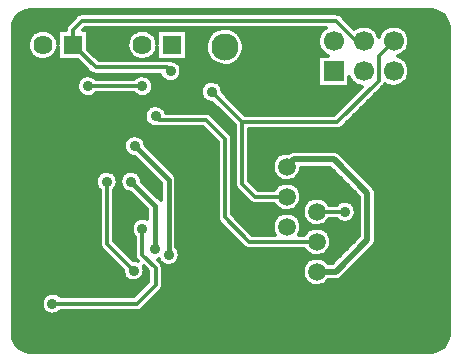
<source format=gbl>
G04 DipTrace Beta 2.3.5.2*
%INUSBtoRS485converter.GBL*%
%MOMM*%
%ADD13C,0.3*%
%ADD14C,0.4*%
%ADD15C,0.5*%
%ADD21R,1.62X1.62*%
%ADD22C,1.62*%
%ADD23R,2.3X2.3*%
%ADD24C,2.3*%
%ADD25R,1.7X1.7*%
%ADD26C,1.7*%
%ADD27C,1.5*%
%ADD28C,4.0*%
%ADD29C,2.5*%
%ADD37C,0.914*%
%FSLAX53Y53*%
G04*
G71*
G90*
G75*
G01*
%LNBottom*%
%LPD*%
X14701Y7462D2*
D13*
Y3652D1*
X13908Y2858D1*
X2794D1*
X1365Y4287D1*
Y6668D1*
X17559Y17147D2*
X13431D1*
X11208Y19370D1*
X10059D1*
X7716D1*
X7081Y18734D1*
X1524Y13178D1*
Y6827D1*
X1365Y6668D1*
X7081Y18636D2*
Y18734D1*
X35691Y3868D2*
Y6028D1*
X33786D1*
Y17458D1*
X35691D1*
Y19618D1*
X32641Y17458D2*
X33786D1*
X32641Y6028D2*
X33786D1*
X32641D2*
X23751D1*
Y8573D1*
X26924D1*
X29622Y11271D1*
Y13176D1*
X27874Y14924D1*
X26292D1*
X26291Y14923D1*
X35340Y24291D2*
Y26831D1*
X35691Y19618D2*
Y23940D1*
X35340Y24291D1*
X10059Y19370D2*
Y20443D1*
X11526Y21910D1*
X14225D1*
X16765Y24450D1*
X22005D1*
Y26355D1*
X8509Y14924D2*
Y9685D1*
X10786Y7408D1*
X13749Y8732D2*
D14*
Y15083D1*
X10891Y17941D1*
X10573Y14924D2*
X12608Y12889D1*
Y9208D1*
X26291Y7303D2*
D15*
X27877D1*
X30575Y10001D1*
Y13970D1*
X27716Y16829D1*
X24387D1*
X23751Y16193D1*
X11526Y10955D2*
D13*
Y8732D1*
X12637Y7621D1*
Y6192D1*
X11050Y4604D1*
X3905D1*
X6922Y23021D2*
X11526D1*
X26291Y9843D2*
X20576D1*
X18512Y11908D1*
Y18576D1*
X16924Y20163D1*
X12955D1*
X12637Y20481D1*
X30260Y26831D2*
X29626D1*
X27879Y28578D1*
X6445D1*
X5652Y27784D1*
Y26514D1*
X7557Y24609D1*
X13590D1*
X13908Y24291D1*
X28670Y12384D2*
X26292D1*
X26291Y12383D1*
X23751Y13653D2*
X21053D1*
X19941Y14765D1*
Y20005D1*
X17400Y22545D1*
X32800Y26831D2*
X31527Y25559D1*
Y23495D1*
X28037Y20005D1*
X19941D1*
D37*
X14701Y7462D3*
X1365Y6668D3*
X17559Y17147D3*
X7081Y18636D3*
X8509Y14924D3*
X10786Y7408D3*
X13749Y8732D3*
X10891Y17941D3*
X10573Y14924D3*
X12608Y9208D3*
X11526Y10955D3*
X3905Y4604D3*
X6922Y23021D3*
X11526D3*
X12637Y20481D3*
X13908Y24291D3*
X28670Y12384D3*
X17400Y22545D3*
X1178Y29153D2*
D13*
X6208D1*
X28117D2*
X36822D1*
X882Y28857D2*
X5829D1*
X28496D2*
X37118D1*
X709Y28560D2*
X5533D1*
X28792D2*
X37291D1*
X620Y28263D2*
X5238D1*
X29087D2*
X37380D1*
X582Y27967D2*
X5036D1*
X29387D2*
X29570D1*
X30948D2*
X32111D1*
X33489D2*
X37418D1*
X582Y27670D2*
X2552D1*
X3671D2*
X4352D1*
X6953D2*
X10966D1*
X12085D2*
X12766D1*
X15367D2*
X17543D1*
X19468D2*
X26683D1*
X31300D2*
X31760D1*
X33840D2*
X37422D1*
X582Y27373D2*
X2144D1*
X4079D2*
X4352D1*
X6953D2*
X10558D1*
X12493D2*
X12766D1*
X15367D2*
X17224D1*
X19782D2*
X26496D1*
X34023D2*
X37422D1*
X582Y27077D2*
X1943D1*
X6953D2*
X10357D1*
X15367D2*
X17032D1*
X19975D2*
X26402D1*
X34117D2*
X37422D1*
X582Y26780D2*
X1840D1*
X6953D2*
X10254D1*
X15367D2*
X16919D1*
X20087D2*
X26379D1*
X34140D2*
X37422D1*
X582Y26483D2*
X1811D1*
X6953D2*
X10225D1*
X15367D2*
X16868D1*
X20143D2*
X26425D1*
X34093D2*
X37422D1*
X582Y26187D2*
X1854D1*
X6953D2*
X10268D1*
X15367D2*
X16872D1*
X20139D2*
X26547D1*
X33971D2*
X37422D1*
X582Y25890D2*
X1975D1*
X7173D2*
X10390D1*
X15367D2*
X16933D1*
X20078D2*
X26777D1*
X33742D2*
X37422D1*
X582Y25593D2*
X2205D1*
X4018D2*
X4352D1*
X7468D2*
X10619D1*
X12432D2*
X12766D1*
X15367D2*
X17055D1*
X19956D2*
X26379D1*
X33264D2*
X37422D1*
X582Y25297D2*
X2716D1*
X3507D2*
X4352D1*
X7764D2*
X11130D1*
X11926D2*
X12766D1*
X15367D2*
X17261D1*
X19750D2*
X26379D1*
X33671D2*
X37422D1*
X582Y25000D2*
X6269D1*
X14523D2*
X17604D1*
X19407D2*
X26379D1*
X33934D2*
X37422D1*
X582Y24703D2*
X6569D1*
X14757D2*
X26379D1*
X34075D2*
X37422D1*
X582Y24407D2*
X6865D1*
X14851D2*
X26379D1*
X34135D2*
X37422D1*
X582Y24110D2*
X7174D1*
X14837D2*
X26379D1*
X34131D2*
X37422D1*
X582Y23813D2*
X6429D1*
X7417D2*
X11032D1*
X12020D2*
X13094D1*
X14720D2*
X26379D1*
X34051D2*
X37422D1*
X582Y23517D2*
X6119D1*
X12329D2*
X13385D1*
X14429D2*
X26379D1*
X33887D2*
X37422D1*
X582Y23220D2*
X5993D1*
X12451D2*
X16746D1*
X18053D2*
X26379D1*
X29064D2*
X29472D1*
X33587D2*
X37422D1*
X582Y22923D2*
X5979D1*
X12470D2*
X16535D1*
X18268D2*
X30058D1*
X31853D2*
X37422D1*
X582Y22627D2*
X6063D1*
X12385D2*
X16455D1*
X18343D2*
X29763D1*
X31553D2*
X37422D1*
X582Y22330D2*
X6288D1*
X7557D2*
X10891D1*
X12160D2*
X16479D1*
X18512D2*
X29468D1*
X31257D2*
X37422D1*
X582Y22033D2*
X16605D1*
X18807D2*
X29172D1*
X30962D2*
X37422D1*
X582Y21737D2*
X16933D1*
X19103D2*
X28872D1*
X30662D2*
X37422D1*
X582Y21440D2*
X17608D1*
X19398D2*
X28577D1*
X30367D2*
X37422D1*
X582Y21143D2*
X11969D1*
X13304D2*
X17908D1*
X19698D2*
X28282D1*
X30071D2*
X37422D1*
X582Y20847D2*
X11763D1*
X13510D2*
X18204D1*
X19993D2*
X27982D1*
X29776D2*
X37422D1*
X582Y20550D2*
X11693D1*
X17434D2*
X18499D1*
X29476D2*
X37422D1*
X582Y20253D2*
X11716D1*
X17729D2*
X18799D1*
X29181D2*
X37422D1*
X582Y19957D2*
X11852D1*
X18025D2*
X19094D1*
X28885D2*
X37422D1*
X582Y19660D2*
X12194D1*
X18325D2*
X19300D1*
X28585D2*
X37422D1*
X582Y19363D2*
X16830D1*
X18620D2*
X19300D1*
X20584D2*
X37422D1*
X582Y19067D2*
X17125D1*
X18915D2*
X19300D1*
X20584D2*
X37422D1*
X582Y18770D2*
X10465D1*
X11317D2*
X17421D1*
X19121D2*
X19300D1*
X20584D2*
X37422D1*
X582Y18473D2*
X10113D1*
X11668D2*
X17721D1*
X20584D2*
X37422D1*
X582Y18177D2*
X9972D1*
X11809D2*
X17871D1*
X20584D2*
X37422D1*
X582Y17880D2*
X9944D1*
X11917D2*
X17871D1*
X20584D2*
X37422D1*
X582Y17583D2*
X10015D1*
X12212D2*
X17871D1*
X20584D2*
X37422D1*
X582Y17287D2*
X10216D1*
X12512D2*
X17871D1*
X20584D2*
X23200D1*
X28295D2*
X37422D1*
X582Y16990D2*
X10877D1*
X12807D2*
X17871D1*
X20584D2*
X22807D1*
X28590D2*
X37422D1*
X582Y16693D2*
X11172D1*
X13103D2*
X17871D1*
X20584D2*
X22619D1*
X28890D2*
X37422D1*
X582Y16397D2*
X11468D1*
X13403D2*
X17871D1*
X20584D2*
X22525D1*
X29185D2*
X37422D1*
X582Y16100D2*
X11768D1*
X13698D2*
X17871D1*
X20584D2*
X22511D1*
X24990D2*
X27410D1*
X29481D2*
X37422D1*
X582Y15803D2*
X8215D1*
X8804D2*
X10277D1*
X10871D2*
X12063D1*
X13993D2*
X17871D1*
X20584D2*
X22572D1*
X24929D2*
X27705D1*
X29776D2*
X37422D1*
X582Y15507D2*
X7769D1*
X9250D2*
X9832D1*
X11312D2*
X12358D1*
X14289D2*
X17871D1*
X20584D2*
X22722D1*
X24779D2*
X28000D1*
X30076D2*
X37422D1*
X582Y15210D2*
X7605D1*
X9414D2*
X9672D1*
X11476D2*
X12654D1*
X14429D2*
X17871D1*
X20584D2*
X23013D1*
X24489D2*
X28300D1*
X30371D2*
X37422D1*
X582Y14913D2*
X7563D1*
X9456D2*
X9623D1*
X11551D2*
X12954D1*
X14439D2*
X17871D1*
X20687D2*
X28596D1*
X30667D2*
X37422D1*
X582Y14617D2*
X7615D1*
X9404D2*
X9677D1*
X11846D2*
X13057D1*
X14439D2*
X17871D1*
X19154D2*
X19319D1*
X20982D2*
X22985D1*
X24517D2*
X28891D1*
X30967D2*
X37422D1*
X582Y14320D2*
X7788D1*
X9231D2*
X9850D1*
X12142D2*
X13057D1*
X14439D2*
X17871D1*
X19154D2*
X19493D1*
X21282D2*
X22708D1*
X24793D2*
X29186D1*
X31225D2*
X37422D1*
X582Y14023D2*
X7868D1*
X9151D2*
X10361D1*
X12442D2*
X13057D1*
X14439D2*
X17871D1*
X19154D2*
X19788D1*
X24934D2*
X29486D1*
X31314D2*
X37422D1*
X582Y13727D2*
X7868D1*
X9151D2*
X10807D1*
X12737D2*
X13057D1*
X14439D2*
X17871D1*
X19154D2*
X20083D1*
X24990D2*
X29782D1*
X31318D2*
X37422D1*
X582Y13430D2*
X7868D1*
X9151D2*
X11102D1*
X14439D2*
X17871D1*
X19154D2*
X20379D1*
X24971D2*
X25652D1*
X26931D2*
X29833D1*
X31318D2*
X37422D1*
X582Y13133D2*
X7868D1*
X9151D2*
X11397D1*
X14439D2*
X17871D1*
X19154D2*
X20702D1*
X24878D2*
X25310D1*
X27273D2*
X28108D1*
X29232D2*
X29833D1*
X31318D2*
X37422D1*
X582Y12837D2*
X7868D1*
X9151D2*
X11697D1*
X14439D2*
X17871D1*
X19154D2*
X22825D1*
X24676D2*
X25136D1*
X29500D2*
X29833D1*
X31318D2*
X37422D1*
X582Y12540D2*
X7868D1*
X9151D2*
X11918D1*
X14439D2*
X17871D1*
X19154D2*
X23243D1*
X24259D2*
X25061D1*
X29607D2*
X29833D1*
X31318D2*
X37422D1*
X582Y12243D2*
X7868D1*
X9151D2*
X11918D1*
X14439D2*
X17871D1*
X19154D2*
X23285D1*
X24217D2*
X25057D1*
X29607D2*
X29833D1*
X31318D2*
X37422D1*
X582Y11947D2*
X7868D1*
X9151D2*
X11918D1*
X14439D2*
X17871D1*
X19370D2*
X22840D1*
X24662D2*
X25132D1*
X29509D2*
X29833D1*
X31318D2*
X37422D1*
X582Y11650D2*
X7868D1*
X9151D2*
X10896D1*
X14439D2*
X17927D1*
X19665D2*
X22633D1*
X24868D2*
X25296D1*
X27287D2*
X28085D1*
X29251D2*
X29833D1*
X31318D2*
X37422D1*
X582Y11353D2*
X7868D1*
X9151D2*
X10666D1*
X14439D2*
X18171D1*
X19960D2*
X22535D1*
X24967D2*
X25624D1*
X26959D2*
X29833D1*
X31318D2*
X37422D1*
X582Y11057D2*
X7868D1*
X9151D2*
X10582D1*
X14439D2*
X18466D1*
X20256D2*
X22511D1*
X24990D2*
X29833D1*
X31318D2*
X37422D1*
X582Y10760D2*
X7868D1*
X9151D2*
X10600D1*
X14439D2*
X18766D1*
X20556D2*
X22563D1*
X24939D2*
X25469D1*
X27114D2*
X29833D1*
X31318D2*
X37422D1*
X582Y10463D2*
X7868D1*
X9151D2*
X10718D1*
X14439D2*
X19061D1*
X20851D2*
X22699D1*
X24803D2*
X25221D1*
X27362D2*
X29833D1*
X31318D2*
X37422D1*
X582Y10167D2*
X7868D1*
X9151D2*
X10886D1*
X14439D2*
X19357D1*
X27489D2*
X29702D1*
X31318D2*
X37422D1*
X582Y9870D2*
X7868D1*
X9221D2*
X10886D1*
X14439D2*
X19652D1*
X27531D2*
X29407D1*
X31304D2*
X37422D1*
X582Y9573D2*
X7877D1*
X9517D2*
X10886D1*
X14439D2*
X19952D1*
X27503D2*
X29111D1*
X31173D2*
X37422D1*
X582Y9277D2*
X8022D1*
X9812D2*
X10886D1*
X14518D2*
X20318D1*
X27390D2*
X28816D1*
X30887D2*
X37422D1*
X582Y8980D2*
X8318D1*
X10107D2*
X10886D1*
X14664D2*
X25413D1*
X27170D2*
X28516D1*
X30592D2*
X37422D1*
X582Y8683D2*
X8618D1*
X10407D2*
X10886D1*
X14696D2*
X25910D1*
X26673D2*
X28221D1*
X30292D2*
X37422D1*
X582Y8387D2*
X8913D1*
X10703D2*
X10990D1*
X14631D2*
X25718D1*
X26865D2*
X27925D1*
X29996D2*
X37422D1*
X582Y8090D2*
X9208D1*
X14434D2*
X25338D1*
X27245D2*
X27625D1*
X29701D2*
X37422D1*
X582Y7793D2*
X9504D1*
X13253D2*
X25155D1*
X29401D2*
X37422D1*
X582Y7497D2*
X9804D1*
X13281D2*
X25066D1*
X29106D2*
X37422D1*
X582Y7200D2*
X9860D1*
X11710D2*
X11997D1*
X13281D2*
X25052D1*
X28810D2*
X37422D1*
X582Y6903D2*
X9986D1*
X11584D2*
X11997D1*
X13281D2*
X25118D1*
X28515D2*
X37422D1*
X582Y6607D2*
X10305D1*
X11265D2*
X11997D1*
X13281D2*
X25268D1*
X28051D2*
X37422D1*
X582Y6310D2*
X11861D1*
X13281D2*
X25568D1*
X27015D2*
X37422D1*
X582Y6013D2*
X11566D1*
X13253D2*
X37422D1*
X582Y5717D2*
X11266D1*
X13056D2*
X37422D1*
X582Y5420D2*
X3452D1*
X4356D2*
X10971D1*
X12760D2*
X37422D1*
X582Y5123D2*
X3119D1*
X12465D2*
X37422D1*
X582Y4827D2*
X2983D1*
X12165D2*
X37422D1*
X582Y4530D2*
X2960D1*
X11870D2*
X37422D1*
X582Y4233D2*
X3035D1*
X11575D2*
X37422D1*
X582Y3937D2*
X3246D1*
X4567D2*
X37422D1*
X582Y3640D2*
X37422D1*
X582Y3343D2*
X37422D1*
X582Y3047D2*
X37422D1*
X582Y2750D2*
X37422D1*
X582Y2453D2*
X37422D1*
X582Y2157D2*
X37422D1*
X601Y1860D2*
X37399D1*
X657Y1563D2*
X37338D1*
X784Y1267D2*
X37211D1*
X1018Y970D2*
X36982D1*
X1487Y673D2*
X36513D1*
X12944Y27786D2*
X15338D1*
Y25242D1*
X12794D1*
X12789Y26364D1*
X12763Y26217D1*
X12719Y26073D1*
X12659Y25936D1*
X12583Y25807D1*
X12493Y25687D1*
X12389Y25579D1*
X12273Y25484D1*
X12147Y25404D1*
X12012Y25338D1*
X11870Y25289D1*
X11724Y25257D1*
X11574Y25243D1*
X11424Y25246D1*
X11276Y25267D1*
X11131Y25305D1*
X10991Y25360D1*
X10859Y25431D1*
X10737Y25517D1*
X10625Y25617D1*
X10525Y25729D1*
X10440Y25852D1*
X10370Y25985D1*
X10315Y26124D1*
X10278Y26269D1*
X10258Y26418D1*
X10255Y26568D1*
X10271Y26717D1*
X10303Y26863D1*
X10353Y27005D1*
X10419Y27140D1*
X10500Y27265D1*
X10595Y27381D1*
X10704Y27484D1*
X10824Y27574D1*
X10953Y27650D1*
X11091Y27709D1*
X11235Y27752D1*
X11382Y27778D1*
X11532Y27786D1*
X11682Y27776D1*
X11829Y27749D1*
X11972Y27705D1*
X12109Y27644D1*
X12238Y27568D1*
X12357Y27477D1*
X12465Y27372D1*
X12559Y27256D1*
X12640Y27129D1*
X12704Y26994D1*
X12753Y26852D1*
X12784Y26706D1*
X12795Y26589D1*
X12794Y27786D1*
X12944D1*
X20110Y26205D2*
X20054Y25911D1*
X19945Y25632D1*
X19787Y25378D1*
X19584Y25158D1*
X19343Y24979D1*
X19074Y24847D1*
X18785Y24768D1*
X18487Y24743D1*
X18189Y24775D1*
X17902Y24860D1*
X17636Y24998D1*
X17399Y25182D1*
X17201Y25407D1*
X17048Y25664D1*
X16946Y25946D1*
X16897Y26241D1*
X16903Y26541D1*
X16965Y26834D1*
X17080Y27110D1*
X17245Y27361D1*
X17452Y27577D1*
X17697Y27750D1*
X17969Y27876D1*
X18259Y27948D1*
X18554Y27966D1*
X6696D1*
X6517Y27784D1*
X6924Y27786D1*
Y26103D1*
X7569Y25462D1*
X7811Y25220D1*
X13590Y25221D1*
X13777Y25201D1*
X13927Y25210D1*
X14076Y25195D1*
X14220Y25155D1*
X14357Y25093D1*
X14481Y25009D1*
X14590Y24907D1*
X14681Y24788D1*
X14751Y24655D1*
X14799Y24513D1*
X14827Y24291D1*
X14814Y24142D1*
X14778Y23997D1*
X14719Y23859D1*
X14637Y23733D1*
X14537Y23622D1*
X14420Y23528D1*
X14289Y23455D1*
X14148Y23404D1*
X14001Y23377D1*
X13851Y23374D1*
X13703Y23395D1*
X13560Y23441D1*
X13426Y23508D1*
X13305Y23597D1*
X13201Y23704D1*
X13115Y23827D1*
X13040Y23993D1*
X12240Y23997D1*
X7557D1*
X7408Y24015D1*
X7269Y24069D1*
X7124Y24176D1*
X6060Y25240D1*
X4380Y25242D1*
X4375Y26364D1*
X4348Y26217D1*
X4305Y26073D1*
X4245Y25936D1*
X4169Y25807D1*
X4078Y25687D1*
X3974Y25579D1*
X3858Y25484D1*
X3732Y25404D1*
X3597Y25338D1*
X3455Y25289D1*
X3309Y25257D1*
X3160Y25243D1*
X3010Y25246D1*
X2861Y25267D1*
X2716Y25305D1*
X2577Y25360D1*
X2445Y25431D1*
X2322Y25517D1*
X2210Y25617D1*
X2111Y25729D1*
X2025Y25852D1*
X1955Y25985D1*
X1901Y26124D1*
X1863Y26269D1*
X1843Y26418D1*
X1841Y26568D1*
X1856Y26717D1*
X1889Y26863D1*
X1938Y27005D1*
X2004Y27140D1*
X2085Y27265D1*
X2181Y27381D1*
X2289Y27484D1*
X2409Y27574D1*
X2539Y27650D1*
X2676Y27709D1*
X2820Y27752D1*
X2968Y27778D1*
X3117Y27786D1*
X3267Y27776D1*
X3415Y27749D1*
X3558Y27705D1*
X3695Y27644D1*
X3824Y27568D1*
X3943Y27477D1*
X4050Y27372D1*
X4145Y27256D1*
X4225Y27129D1*
X4290Y26994D1*
X4338Y26852D1*
X4369Y26706D1*
X4380Y26589D1*
Y27786D1*
X5041D1*
X5042Y27842D1*
X5075Y27988D1*
X5141Y28122D1*
X5325Y28323D1*
X6013Y29011D1*
X6131Y29103D1*
X6267Y29164D1*
X6445Y29190D1*
X27879D1*
X28027Y29172D1*
X28167Y29118D1*
X28312Y29011D1*
X29455Y27867D1*
X29652Y27994D1*
X29788Y28056D1*
X29931Y28101D1*
X30078Y28131D1*
X30227Y28143D1*
X30377Y28138D1*
X30526Y28116D1*
X30670Y28077D1*
X30810Y28023D1*
X30942Y27952D1*
X31066Y27867D1*
X31178Y27768D1*
X31279Y27657D1*
X31367Y27536D1*
X31440Y27405D1*
X31498Y27266D1*
X31530Y27154D1*
X31593Y27345D1*
X31659Y27480D1*
X31741Y27606D1*
X31836Y27721D1*
X31944Y27826D1*
X32063Y27917D1*
X32192Y27994D1*
X32328Y28056D1*
X32471Y28101D1*
X32618Y28131D1*
X32767Y28143D1*
X32917Y28138D1*
X33066Y28116D1*
X33210Y28077D1*
X33350Y28023D1*
X33482Y27952D1*
X33606Y27867D1*
X33718Y27768D1*
X33819Y27657D1*
X33907Y27536D1*
X33980Y27405D1*
X34038Y27266D1*
X34079Y27122D1*
X34104Y26975D1*
X34112Y26831D1*
X34103Y26682D1*
X34078Y26534D1*
X34036Y26390D1*
X33977Y26252D1*
X33903Y26121D1*
X33815Y26000D1*
X33714Y25890D1*
X33600Y25792D1*
X33477Y25707D1*
X33344Y25637D1*
X33127Y25563D1*
X33350Y25483D1*
X33482Y25412D1*
X33606Y25327D1*
X33718Y25228D1*
X33819Y25117D1*
X33907Y24996D1*
X33980Y24865D1*
X34038Y24726D1*
X34079Y24582D1*
X34104Y24435D1*
X34112Y24291D1*
X34103Y24142D1*
X34078Y23994D1*
X34036Y23850D1*
X33977Y23712D1*
X33903Y23581D1*
X33815Y23460D1*
X33714Y23350D1*
X33600Y23252D1*
X33477Y23167D1*
X33344Y23097D1*
X33204Y23043D1*
X33059Y23005D1*
X32911Y22984D1*
X32761Y22980D1*
X32612Y22993D1*
X32465Y23023D1*
X32322Y23069D1*
X32186Y23132D1*
X32070Y23202D1*
X31960Y23062D1*
X28470Y19572D1*
X28352Y19480D1*
X28215Y19419D1*
X28037Y19393D1*
X20551D1*
X20553Y15022D1*
X21305Y14267D1*
X22707Y14265D1*
X22820Y14429D1*
X22923Y14538D1*
X23039Y14634D1*
X23165Y14714D1*
X23301Y14778D1*
X23443Y14825D1*
X23590Y14855D1*
X23740Y14865D1*
X23889Y14857D1*
X24037Y14831D1*
X24180Y14787D1*
X24317Y14725D1*
X24445Y14647D1*
X24562Y14554D1*
X24667Y14447D1*
X24758Y14328D1*
X24834Y14198D1*
X24893Y14060D1*
X24934Y13916D1*
X24963Y13653D1*
X24954Y13504D1*
X24926Y13356D1*
X24881Y13214D1*
X24818Y13077D1*
X24738Y12950D1*
X24644Y12834D1*
X24536Y12730D1*
X24416Y12640D1*
X24286Y12566D1*
X24147Y12508D1*
X24003Y12468D1*
X23855Y12446D1*
X23705Y12442D1*
X23556Y12457D1*
X23410Y12490D1*
X23269Y12541D1*
X23135Y12609D1*
X23011Y12694D1*
X22898Y12792D1*
X22798Y12904D1*
X22701Y13041D1*
X21053D1*
X20904Y13060D1*
X20765Y13113D1*
X20620Y13221D1*
X19508Y14333D1*
X19416Y14450D1*
X19355Y14587D1*
X19329Y14765D1*
Y19748D1*
X17450Y21630D1*
X17344Y21628D1*
X17196Y21649D1*
X17053Y21694D1*
X16919Y21762D1*
X16798Y21851D1*
X16694Y21958D1*
X16607Y22080D1*
X16543Y22215D1*
X16500Y22359D1*
X16482Y22508D1*
X16488Y22657D1*
X16519Y22804D1*
X16573Y22944D1*
X16648Y23073D1*
X16744Y23188D1*
X16858Y23286D1*
X16985Y23365D1*
X17124Y23421D1*
X17270Y23455D1*
X17420Y23464D1*
X17569Y23448D1*
X17713Y23409D1*
X17850Y23347D1*
X17974Y23263D1*
X18083Y23160D1*
X18174Y23041D1*
X18244Y22909D1*
X18292Y22767D1*
X18319Y22545D1*
X18315Y22494D1*
X20196Y20614D1*
X23541Y20617D1*
X27783D1*
X30153Y22986D1*
X29925Y23023D1*
X29782Y23069D1*
X29646Y23132D1*
X29518Y23210D1*
X29399Y23301D1*
X29292Y23406D1*
X29197Y23522D1*
X29116Y23648D1*
X29033Y23832D1*
X29032Y22979D1*
X26408D1*
Y25603D1*
X27242Y25609D1*
X27106Y25672D1*
X26978Y25750D1*
X26859Y25841D1*
X26752Y25946D1*
X26657Y26062D1*
X26576Y26188D1*
X26510Y26323D1*
X26460Y26464D1*
X26427Y26611D1*
X26410Y26760D1*
Y26909D1*
X26428Y27058D1*
X26462Y27204D1*
X26513Y27345D1*
X26579Y27480D1*
X26661Y27606D1*
X26756Y27721D1*
X26864Y27826D1*
X27067Y27967D1*
X18563Y27966D1*
X18855Y27929D1*
X19140Y27837D1*
X19404Y27693D1*
X19636Y27504D1*
X19829Y27275D1*
X19976Y27014D1*
X20072Y26730D1*
X20115Y26434D1*
X20110Y26205D1*
X27270Y6589D2*
X27184Y6484D1*
X27076Y6380D1*
X26956Y6290D1*
X26826Y6216D1*
X26687Y6158D1*
X26543Y6118D1*
X26395Y6096D1*
X26245Y6092D1*
X26096Y6107D1*
X25950Y6140D1*
X25809Y6191D1*
X25675Y6259D1*
X25551Y6344D1*
X25438Y6442D1*
X25338Y6554D1*
X25253Y6677D1*
X25184Y6810D1*
X25131Y6951D1*
X25097Y7097D1*
X25080Y7246D1*
X25083Y7396D1*
X25103Y7544D1*
X25142Y7689D1*
X25198Y7828D1*
X25272Y7959D1*
X25360Y8079D1*
X25463Y8188D1*
X25579Y8284D1*
X25705Y8364D1*
X25841Y8428D1*
X25983Y8475D1*
X26130Y8505D1*
X26280Y8515D1*
X26429Y8507D1*
X26577Y8481D1*
X26720Y8437D1*
X26857Y8375D1*
X26985Y8297D1*
X27102Y8204D1*
X27267Y8019D1*
X27585D1*
X29863Y10301D1*
X29859Y13679D1*
X27416Y16117D1*
X24964D1*
X24926Y15896D1*
X24881Y15754D1*
X24818Y15617D1*
X24738Y15490D1*
X24644Y15374D1*
X24536Y15270D1*
X24416Y15180D1*
X24286Y15106D1*
X24147Y15048D1*
X24003Y15008D1*
X23855Y14986D1*
X23705Y14982D1*
X23556Y14997D1*
X23410Y15030D1*
X23269Y15081D1*
X23135Y15149D1*
X23011Y15234D1*
X22898Y15332D1*
X22798Y15444D1*
X22713Y15567D1*
X22644Y15700D1*
X22591Y15841D1*
X22557Y15987D1*
X22540Y16136D1*
X22543Y16286D1*
X22563Y16434D1*
X22602Y16579D1*
X22658Y16718D1*
X22732Y16849D1*
X22820Y16969D1*
X22923Y17078D1*
X23039Y17174D1*
X23165Y17254D1*
X23301Y17318D1*
X23443Y17365D1*
X23590Y17395D1*
X23740Y17405D1*
X23949Y17387D1*
X24108Y17484D1*
X24251Y17528D1*
X24537Y17541D1*
X27716D1*
X27864Y17526D1*
X28007Y17479D1*
X28114Y17420D1*
X28325Y17227D1*
X31078Y14473D1*
X31172Y14357D1*
X31240Y14224D1*
X31274Y14106D1*
X31287Y13820D1*
Y10001D1*
X31271Y9852D1*
X31225Y9710D1*
X31165Y9603D1*
X30972Y9392D1*
X28380Y6800D1*
X28264Y6706D1*
X28130Y6638D1*
X28013Y6604D1*
X27727Y6591D1*
X27272D1*
X27494Y9694D2*
X27466Y9546D1*
X27421Y9404D1*
X27358Y9267D1*
X27278Y9140D1*
X27184Y9024D1*
X27076Y8920D1*
X26956Y8830D1*
X26826Y8756D1*
X26687Y8698D1*
X26543Y8658D1*
X26395Y8636D1*
X26245Y8632D1*
X26096Y8647D1*
X25950Y8680D1*
X25809Y8731D1*
X25675Y8799D1*
X25551Y8884D1*
X25438Y8982D1*
X25338Y9094D1*
X25241Y9231D1*
X20576D1*
X20427Y9250D1*
X20288Y9303D1*
X20143Y9411D1*
X18079Y11475D1*
X17987Y11593D1*
X17926Y11729D1*
X17900Y11908D1*
Y18325D1*
X16670Y19552D1*
X12955Y19551D1*
X12802Y19571D1*
X12581Y19564D1*
X12432Y19585D1*
X12289Y19630D1*
X12156Y19698D1*
X12035Y19787D1*
X11930Y19894D1*
X11844Y20017D1*
X11779Y20152D1*
X11737Y20295D1*
X11719Y20444D1*
X11725Y20594D1*
X11755Y20741D1*
X11809Y20880D1*
X11885Y21010D1*
X11981Y21125D1*
X12094Y21223D1*
X12222Y21301D1*
X12361Y21358D1*
X12507Y21391D1*
X12656Y21400D1*
X12805Y21385D1*
X12950Y21345D1*
X13086Y21283D1*
X13211Y21199D1*
X13320Y21097D1*
X13411Y20978D1*
X13481Y20845D1*
X13503Y20779D1*
X14605Y20775D1*
X16924D1*
X17073Y20757D1*
X17212Y20703D1*
X17357Y20596D1*
X18944Y19008D1*
X19037Y18891D1*
X19097Y18754D1*
X19124Y18576D1*
Y12159D1*
X20830Y10454D1*
X22737Y10455D1*
X22644Y10620D1*
X22591Y10761D1*
X22557Y10907D1*
X22540Y11056D1*
X22543Y11206D1*
X22563Y11354D1*
X22602Y11499D1*
X22658Y11638D1*
X22732Y11769D1*
X22820Y11889D1*
X22923Y11998D1*
X23039Y12094D1*
X23165Y12174D1*
X23301Y12238D1*
X23443Y12285D1*
X23590Y12315D1*
X23740Y12325D1*
X23889Y12317D1*
X24037Y12291D1*
X24180Y12247D1*
X24317Y12185D1*
X24445Y12107D1*
X24562Y12014D1*
X24667Y11907D1*
X24758Y11788D1*
X24834Y11658D1*
X24893Y11520D1*
X24934Y11376D1*
X24963Y11113D1*
X24954Y10964D1*
X24926Y10816D1*
X24881Y10674D1*
X24766Y10454D1*
X25249Y10455D1*
X25360Y10619D1*
X25463Y10728D1*
X25579Y10824D1*
X25705Y10904D1*
X25841Y10968D1*
X25983Y11015D1*
X26130Y11045D1*
X26280Y11055D1*
X26429Y11047D1*
X26577Y11021D1*
X26720Y10977D1*
X26857Y10915D1*
X26985Y10837D1*
X27102Y10744D1*
X27207Y10637D1*
X27298Y10518D1*
X27374Y10388D1*
X27433Y10250D1*
X27474Y10106D1*
X27503Y9843D1*
X27494Y9694D1*
X27335Y11772D2*
X27278Y11680D1*
X27184Y11564D1*
X27076Y11460D1*
X26956Y11370D1*
X26826Y11296D1*
X26687Y11238D1*
X26543Y11198D1*
X26395Y11176D1*
X26245Y11172D1*
X26096Y11187D1*
X25950Y11220D1*
X25809Y11271D1*
X25675Y11339D1*
X25551Y11424D1*
X25438Y11522D1*
X25338Y11634D1*
X25253Y11757D1*
X25184Y11890D1*
X25131Y12031D1*
X25097Y12177D1*
X25080Y12326D1*
X25083Y12476D1*
X25103Y12624D1*
X25142Y12769D1*
X25198Y12908D1*
X25272Y13039D1*
X25360Y13159D1*
X25463Y13268D1*
X25579Y13364D1*
X25705Y13444D1*
X25841Y13508D1*
X25983Y13555D1*
X26130Y13585D1*
X26280Y13595D1*
X26429Y13587D1*
X26577Y13561D1*
X26720Y13517D1*
X26857Y13455D1*
X26985Y13377D1*
X27102Y13284D1*
X27207Y13177D1*
X27334Y12997D1*
X27984Y12996D1*
X28127Y13125D1*
X28255Y13204D1*
X28393Y13260D1*
X28540Y13294D1*
X28689Y13303D1*
X28838Y13287D1*
X28983Y13248D1*
X29119Y13186D1*
X29243Y13102D1*
X29352Y12999D1*
X29443Y12880D1*
X29514Y12748D1*
X29562Y12606D1*
X29589Y12384D1*
X29577Y12234D1*
X29540Y12089D1*
X29481Y11952D1*
X29400Y11826D1*
X29299Y11714D1*
X29182Y11621D1*
X29051Y11548D1*
X28911Y11497D1*
X28763Y11470D1*
X28613Y11467D1*
X28465Y11488D1*
X28322Y11533D1*
X28189Y11601D1*
X28068Y11689D1*
X27986Y11773D1*
X27334Y11772D1*
X9121Y14235D2*
Y9941D1*
X10735Y8324D1*
X10954Y8312D1*
X11137Y8255D1*
X11001Y8417D1*
X10940Y8554D1*
X10914Y8732D1*
Y10274D1*
X10819Y10368D1*
X10733Y10490D1*
X10668Y10625D1*
X10626Y10769D1*
X10608Y10918D1*
X10614Y11067D1*
X10644Y11214D1*
X10698Y11354D1*
X10774Y11483D1*
X10870Y11598D1*
X10983Y11696D1*
X11111Y11775D1*
X11250Y11831D1*
X11396Y11865D1*
X11545Y11874D1*
X11694Y11858D1*
X11839Y11819D1*
X11945Y11770D1*
X11946Y12616D1*
X10559Y14002D1*
X10369Y14028D1*
X10226Y14073D1*
X10092Y14141D1*
X9971Y14230D1*
X9867Y14337D1*
X9781Y14459D1*
X9716Y14594D1*
X9673Y14738D1*
X9655Y14887D1*
X9661Y15037D1*
X9692Y15183D1*
X9746Y15323D1*
X9822Y15452D1*
X9917Y15568D1*
X10031Y15666D1*
X10158Y15744D1*
X10297Y15800D1*
X10443Y15834D1*
X10593Y15843D1*
X10742Y15827D1*
X10886Y15788D1*
X11023Y15726D1*
X11147Y15642D1*
X11256Y15539D1*
X11347Y15420D1*
X11417Y15288D1*
X11465Y15146D1*
X11492Y14940D1*
X13079Y13354D1*
X13087Y13532D1*
Y14812D1*
X11159Y16736D1*
X10871Y17024D1*
X10686Y17045D1*
X10543Y17090D1*
X10410Y17158D1*
X10289Y17246D1*
X10184Y17353D1*
X10098Y17476D1*
X10033Y17611D1*
X9991Y17755D1*
X9973Y17904D1*
X9979Y18053D1*
X10009Y18200D1*
X10063Y18340D1*
X10139Y18469D1*
X10235Y18584D1*
X10348Y18682D1*
X10476Y18761D1*
X10615Y18817D1*
X10761Y18850D1*
X10910Y18859D1*
X11059Y18844D1*
X11204Y18805D1*
X11340Y18742D1*
X11464Y18659D1*
X11573Y18556D1*
X11664Y18437D1*
X11735Y18305D1*
X11783Y18163D1*
X11809Y17957D1*
X14217Y15551D1*
X14310Y15434D1*
X14375Y15299D1*
X14407Y15148D1*
X14411Y15083D1*
Y9369D1*
X14522Y9228D1*
X14593Y9096D1*
X14641Y8954D1*
X14668Y8732D1*
X14656Y8583D1*
X14619Y8437D1*
X14560Y8300D1*
X14479Y8174D1*
X14378Y8063D1*
X14261Y7969D1*
X14130Y7896D1*
X13989Y7845D1*
X13842Y7818D1*
X13692Y7815D1*
X13544Y7836D1*
X13401Y7881D1*
X13268Y7949D1*
X13147Y8038D1*
X13042Y8145D1*
X12956Y8268D1*
X12917Y8348D1*
X12807Y8314D1*
X13070Y8054D1*
X13162Y7936D1*
X13223Y7799D1*
X13249Y7621D1*
Y6192D1*
X13231Y6043D1*
X13177Y5904D1*
X13070Y5759D1*
X11482Y4171D1*
X11365Y4079D1*
X11228Y4019D1*
X11050Y3992D1*
X4595D1*
X4418Y3841D1*
X4287Y3768D1*
X4146Y3717D1*
X3999Y3690D1*
X3849Y3687D1*
X3700Y3708D1*
X3558Y3753D1*
X3424Y3821D1*
X3303Y3910D1*
X3198Y4017D1*
X3112Y4140D1*
X3047Y4275D1*
X3005Y4418D1*
X2987Y4567D1*
X2993Y4717D1*
X3024Y4864D1*
X3077Y5003D1*
X3153Y5133D1*
X3249Y5248D1*
X3362Y5346D1*
X3490Y5424D1*
X3629Y5481D1*
X3775Y5514D1*
X3925Y5523D1*
X4074Y5508D1*
X4218Y5468D1*
X4354Y5406D1*
X4479Y5322D1*
X4591Y5216D1*
X10801D1*
X11678Y6098D1*
X12026Y6446D1*
X12025Y7368D1*
X11638Y7755D1*
X11678Y7630D1*
X11705Y7408D1*
X11693Y7259D1*
X11657Y7113D1*
X11597Y6976D1*
X11516Y6850D1*
X11416Y6739D1*
X11298Y6645D1*
X11168Y6572D1*
X11027Y6521D1*
X10879Y6494D1*
X10730Y6491D1*
X10581Y6512D1*
X10438Y6557D1*
X10305Y6625D1*
X10184Y6714D1*
X10079Y6821D1*
X9993Y6944D1*
X9928Y7079D1*
X9886Y7222D1*
X9868Y7371D1*
X9871Y7460D1*
X8077Y9252D1*
X7985Y9370D1*
X7924Y9507D1*
X7897Y9685D1*
Y14236D1*
X7803Y14337D1*
X7717Y14459D1*
X7652Y14594D1*
X7609Y14738D1*
X7591Y14887D1*
X7597Y15037D1*
X7628Y15183D1*
X7682Y15323D1*
X7757Y15452D1*
X7853Y15568D1*
X7967Y15666D1*
X8094Y15744D1*
X8233Y15801D1*
X8379Y15834D1*
X8529Y15843D1*
X8678Y15828D1*
X8822Y15788D1*
X8959Y15726D1*
X9083Y15642D1*
X9192Y15539D1*
X9283Y15420D1*
X9353Y15288D1*
X9401Y15146D1*
X9428Y14924D1*
X9416Y14775D1*
X9380Y14629D1*
X9320Y14492D1*
X9239Y14366D1*
X9121Y14240D1*
X7611Y23633D2*
X10845D1*
X10983Y23763D1*
X11111Y23841D1*
X11250Y23898D1*
X11396Y23931D1*
X11545Y23940D1*
X11694Y23925D1*
X11839Y23885D1*
X11975Y23823D1*
X12099Y23739D1*
X12209Y23637D1*
X12299Y23517D1*
X12370Y23385D1*
X12418Y23243D1*
X12445Y23021D1*
X12433Y22872D1*
X12396Y22726D1*
X12337Y22589D1*
X12256Y22463D1*
X12156Y22352D1*
X12038Y22258D1*
X11908Y22185D1*
X11767Y22134D1*
X11619Y22107D1*
X11470Y22104D1*
X11321Y22125D1*
X11178Y22170D1*
X11045Y22238D1*
X10924Y22327D1*
X10842Y22410D1*
X7603Y22409D1*
X7551Y22352D1*
X7434Y22258D1*
X7303Y22185D1*
X7162Y22134D1*
X7015Y22107D1*
X6865Y22104D1*
X6717Y22125D1*
X6574Y22170D1*
X6441Y22238D1*
X6320Y22327D1*
X6215Y22434D1*
X6129Y22557D1*
X6064Y22692D1*
X6022Y22835D1*
X6004Y22984D1*
X6010Y23134D1*
X6040Y23280D1*
X6094Y23420D1*
X6170Y23550D1*
X6266Y23665D1*
X6379Y23763D1*
X6507Y23841D1*
X6645Y23898D1*
X6792Y23931D1*
X6941Y23940D1*
X7090Y23925D1*
X7235Y23885D1*
X7371Y23823D1*
X7495Y23739D1*
X7607Y23633D1*
X2031Y550D2*
X35966D1*
X36371Y604D1*
X36724Y749D1*
X37023Y979D1*
X37253Y1279D1*
X37397Y1627D1*
X37451Y2041D1*
X37450Y27969D1*
X37396Y28371D1*
X37251Y28724D1*
X37021Y29023D1*
X36721Y29253D1*
X36373Y29397D1*
X35959Y29451D1*
X2034Y29450D1*
X1629Y29396D1*
X1276Y29251D1*
X977Y29021D1*
X747Y28721D1*
X603Y28373D1*
X549Y27959D1*
X550Y2031D1*
X604Y1629D1*
X749Y1276D1*
X979Y977D1*
X1279Y747D1*
X1627Y603D1*
X2041Y549D1*
D21*
X14066Y26514D3*
D22*
X11526D3*
D23*
X22005Y26355D3*
D24*
X18505D3*
D25*
X27720Y24291D3*
D26*
Y26831D3*
X30260Y24291D3*
Y26831D3*
X32800Y24291D3*
Y26831D3*
X35340Y24291D3*
Y26831D3*
D21*
X5652Y26514D3*
D22*
X3112D3*
D27*
X26291Y7303D3*
Y9843D3*
Y12383D3*
Y14923D3*
X23751Y8573D3*
Y11113D3*
Y13653D3*
Y16193D3*
D28*
X32641Y6028D3*
Y17458D3*
D29*
X35691Y3868D3*
Y19618D3*
M02*

</source>
